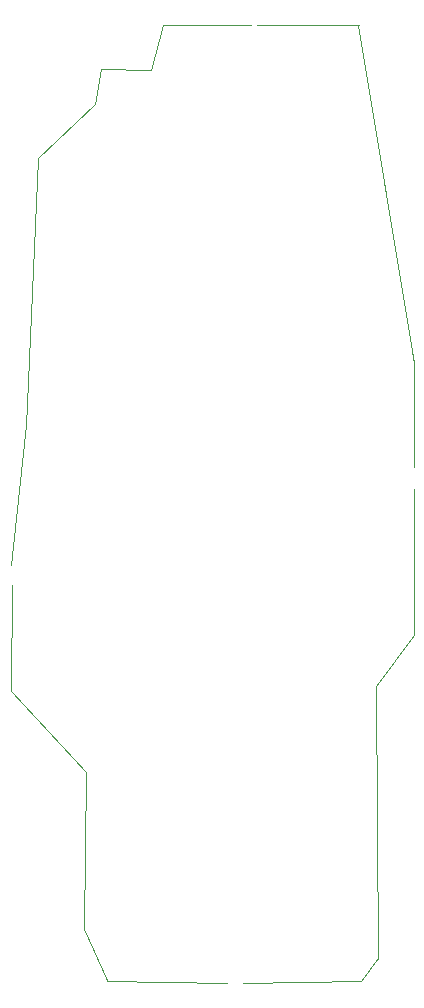
<source format=gbr>
G04 #@! TF.FileFunction,Profile,NP*
%FSLAX46Y46*%
G04 Gerber Fmt 4.6, Leading zero omitted, Abs format (unit mm)*
G04 Created by KiCad (PCBNEW 4.0.7) date 12/07/17 21:08:05*
%MOMM*%
%LPD*%
G01*
G04 APERTURE LIST*
%ADD10C,0.100000*%
G04 APERTURE END LIST*
D10*
X30632400Y1574800D02*
X20624800Y1371600D01*
X9144000Y1574800D02*
X19304000Y1371600D01*
X8585200Y78790800D02*
X8128000Y75793600D01*
X30429200Y82550000D02*
X21844000Y82550000D01*
X3260000Y71240000D02*
X8128000Y75793600D01*
X2280000Y48600000D02*
X3270000Y71250000D01*
X965200Y36779200D02*
X2280000Y48610000D01*
X1016000Y26162000D02*
X1066800Y35102800D01*
X7366000Y19304000D02*
X1016000Y26162000D01*
X7162800Y5994400D02*
X9144000Y1625600D01*
X7366000Y19253200D02*
X7162800Y5994400D01*
X30632400Y1574800D02*
X32054800Y3505200D01*
X35102800Y30886400D02*
X35102800Y43230800D01*
X31902400Y26517600D02*
X35102800Y30886400D01*
X32054800Y3454400D02*
X31902400Y26517600D01*
X12801600Y78740000D02*
X8636000Y78790800D01*
X13817600Y82499200D02*
X12801600Y78740000D01*
X21336000Y82550000D02*
X13817600Y82499200D01*
X35102800Y53898800D02*
X35102800Y45110400D01*
X30378400Y82499200D02*
X35102800Y53898800D01*
M02*

</source>
